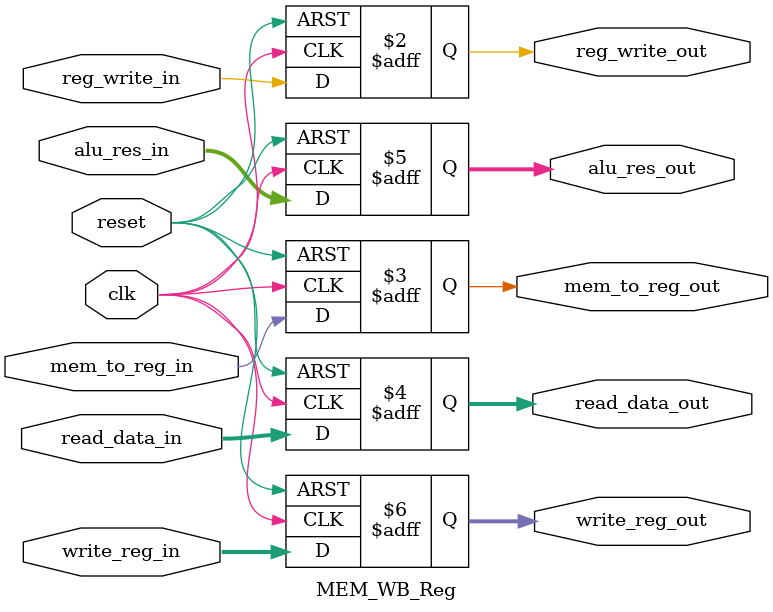
<source format=v>
`timescale 1ns / 1ps
module MEM_WB_Reg(
    input clk, reset,
    input reg_write_in, mem_to_reg_in,
    input [31:0] read_data_in, alu_res_in,
    input [4:0] write_reg_in,
    output reg reg_write_out, mem_to_reg_out,
    output reg [31:0] read_data_out, alu_res_out,
    output reg [4:0] write_reg_out
);
    always @(posedge clk or posedge reset) begin
        if (reset) begin
            reg_write_out <= 0; mem_to_reg_out <= 0;
            read_data_out <= 0; alu_res_out <= 0; write_reg_out <= 0;
        end else begin
            reg_write_out <= reg_write_in; mem_to_reg_out <= mem_to_reg_in;
            read_data_out <= read_data_in; alu_res_out <= alu_res_in; write_reg_out <= write_reg_in;
        end
    end
endmodule

</source>
